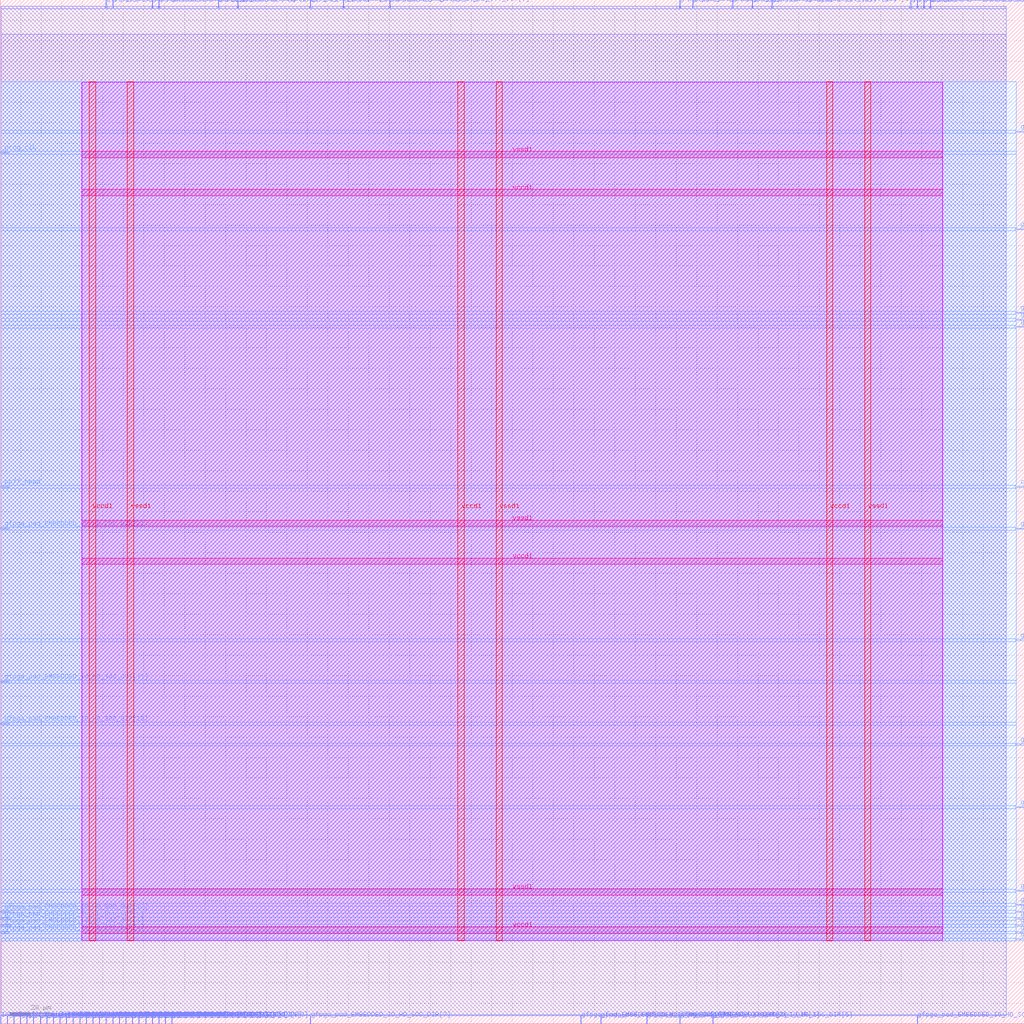
<source format=lef>
VERSION 5.7 ;
  NOWIREEXTENSIONATPIN ON ;
  DIVIDERCHAR "/" ;
  BUSBITCHARS "[]" ;
MACRO fpga_top
  CLASS BLOCK ;
  FOREIGN fpga_top ;
  ORIGIN 0.000 0.000 ;
  SIZE 500.000 BY 500.000 ;
  PIN IO_ISOL_N
    DIRECTION INPUT ;
    USE SIGNAL ;
    PORT
      LAYER met2 ;
        RECT 0.090 0.000 0.370 4.000 ;
    END
  END IO_ISOL_N
  PIN Test_en
    DIRECTION INPUT ;
    USE SIGNAL ;
    PORT
      LAYER met2 ;
        RECT 3.310 0.000 3.590 4.000 ;
    END
  END Test_en
  PIN ccff_head
    DIRECTION INPUT ;
    USE SIGNAL ;
    ANTENNAGATEAREA 0.560700 ;
    ANTENNADIFFAREA 0.434700 ;
    PORT
      LAYER met3 ;
        RECT 0.000 261.840 4.000 262.440 ;
    END
  END ccff_head
  PIN ccff_tail
    DIRECTION OUTPUT ;
    USE SIGNAL ;
    ANTENNADIFFAREA 0.429000 ;
    PORT
      LAYER met3 ;
        RECT 496.000 261.840 500.000 262.440 ;
    END
  END ccff_tail
  PIN clk
    DIRECTION INPUT ;
    USE SIGNAL ;
    PORT
      LAYER met2 ;
        RECT 6.530 0.000 6.810 4.000 ;
    END
  END clk
  PIN gfpga_pad_EMBEDDED_IO_HD_SOC_DIR[0]
    DIRECTION OUTPUT ;
    USE SIGNAL ;
    PORT
      LAYER met3 ;
        RECT 496.000 346.840 500.000 347.440 ;
    END
  END gfpga_pad_EMBEDDED_IO_HD_SOC_DIR[0]
  PIN gfpga_pad_EMBEDDED_IO_HD_SOC_DIR[10]
    DIRECTION OUTPUT ;
    USE SIGNAL ;
    PORT
      LAYER met2 ;
        RECT 74.150 496.000 74.430 500.000 ;
    END
  END gfpga_pad_EMBEDDED_IO_HD_SOC_DIR[10]
  PIN gfpga_pad_EMBEDDED_IO_HD_SOC_DIR[11]
    DIRECTION OUTPUT ;
    USE SIGNAL ;
    PORT
      LAYER met3 ;
        RECT 496.000 40.840 500.000 41.440 ;
    END
  END gfpga_pad_EMBEDDED_IO_HD_SOC_DIR[11]
  PIN gfpga_pad_EMBEDDED_IO_HD_SOC_DIR[12]
    DIRECTION OUTPUT ;
    USE SIGNAL ;
    PORT
      LAYER met2 ;
        RECT 331.750 496.000 332.030 500.000 ;
    END
  END gfpga_pad_EMBEDDED_IO_HD_SOC_DIR[12]
  PIN gfpga_pad_EMBEDDED_IO_HD_SOC_DIR[13]
    DIRECTION OUTPUT ;
    USE SIGNAL ;
    PORT
      LAYER met3 ;
        RECT 496.000 387.640 500.000 388.240 ;
    END
  END gfpga_pad_EMBEDDED_IO_HD_SOC_DIR[13]
  PIN gfpga_pad_EMBEDDED_IO_HD_SOC_DIR[14]
    DIRECTION OUTPUT ;
    USE SIGNAL ;
    PORT
      LAYER met2 ;
        RECT 376.830 496.000 377.110 500.000 ;
    END
  END gfpga_pad_EMBEDDED_IO_HD_SOC_DIR[14]
  PIN gfpga_pad_EMBEDDED_IO_HD_SOC_DIR[15]
    DIRECTION OUTPUT ;
    USE SIGNAL ;
    PORT
      LAYER met2 ;
        RECT 444.450 496.000 444.730 500.000 ;
    END
  END gfpga_pad_EMBEDDED_IO_HD_SOC_DIR[15]
  PIN gfpga_pad_EMBEDDED_IO_HD_SOC_DIR[16]
    DIRECTION OUTPUT ;
    USE SIGNAL ;
    PORT
      LAYER met2 ;
        RECT 116.010 496.000 116.290 500.000 ;
    END
  END gfpga_pad_EMBEDDED_IO_HD_SOC_DIR[16]
  PIN gfpga_pad_EMBEDDED_IO_HD_SOC_DIR[17]
    DIRECTION OUTPUT ;
    USE SIGNAL ;
    PORT
      LAYER met3 ;
        RECT 496.000 51.040 500.000 51.640 ;
    END
  END gfpga_pad_EMBEDDED_IO_HD_SOC_DIR[17]
  PIN gfpga_pad_EMBEDDED_IO_HD_SOC_DIR[18]
    DIRECTION OUTPUT ;
    USE SIGNAL ;
    PORT
      LAYER met3 ;
        RECT 0.000 146.240 4.000 146.840 ;
    END
  END gfpga_pad_EMBEDDED_IO_HD_SOC_DIR[18]
  PIN gfpga_pad_EMBEDDED_IO_HD_SOC_DIR[19]
    DIRECTION OUTPUT ;
    USE SIGNAL ;
    PORT
      LAYER met2 ;
        RECT 77.370 496.000 77.650 500.000 ;
    END
  END gfpga_pad_EMBEDDED_IO_HD_SOC_DIR[19]
  PIN gfpga_pad_EMBEDDED_IO_HD_SOC_DIR[1]
    DIRECTION OUTPUT ;
    USE SIGNAL ;
    PORT
      LAYER met2 ;
        RECT 331.750 0.000 332.030 4.000 ;
    END
  END gfpga_pad_EMBEDDED_IO_HD_SOC_DIR[1]
  PIN gfpga_pad_EMBEDDED_IO_HD_SOC_DIR[20]
    DIRECTION OUTPUT ;
    USE SIGNAL ;
    PORT
      LAYER met3 ;
        RECT 496.000 241.440 500.000 242.040 ;
    END
  END gfpga_pad_EMBEDDED_IO_HD_SOC_DIR[20]
  PIN gfpga_pad_EMBEDDED_IO_HD_SOC_DIR[21]
    DIRECTION OUTPUT ;
    USE SIGNAL ;
    PORT
      LAYER met3 ;
        RECT 0.000 241.440 4.000 242.040 ;
    END
  END gfpga_pad_EMBEDDED_IO_HD_SOC_DIR[21]
  PIN gfpga_pad_EMBEDDED_IO_HD_SOC_DIR[22]
    DIRECTION OUTPUT ;
    USE SIGNAL ;
    PORT
      LAYER met3 ;
        RECT 496.000 57.840 500.000 58.440 ;
    END
  END gfpga_pad_EMBEDDED_IO_HD_SOC_DIR[22]
  PIN gfpga_pad_EMBEDDED_IO_HD_SOC_DIR[23]
    DIRECTION OUTPUT ;
    USE SIGNAL ;
    PORT
      LAYER met2 ;
        RECT 167.530 496.000 167.810 500.000 ;
    END
  END gfpga_pad_EMBEDDED_IO_HD_SOC_DIR[23]
  PIN gfpga_pad_EMBEDDED_IO_HD_SOC_DIR[2]
    DIRECTION OUTPUT ;
    USE SIGNAL ;
    PORT
      LAYER met2 ;
        RECT 338.190 496.000 338.470 500.000 ;
    END
  END gfpga_pad_EMBEDDED_IO_HD_SOC_DIR[2]
  PIN gfpga_pad_EMBEDDED_IO_HD_SOC_DIR[3]
    DIRECTION OUTPUT ;
    USE SIGNAL ;
    PORT
      LAYER met3 ;
        RECT 496.000 343.440 500.000 344.040 ;
    END
  END gfpga_pad_EMBEDDED_IO_HD_SOC_DIR[3]
  PIN gfpga_pad_EMBEDDED_IO_HD_SOC_DIR[4]
    DIRECTION OUTPUT ;
    USE SIGNAL ;
    PORT
      LAYER met3 ;
        RECT 0.000 44.240 4.000 44.840 ;
    END
  END gfpga_pad_EMBEDDED_IO_HD_SOC_DIR[4]
  PIN gfpga_pad_EMBEDDED_IO_HD_SOC_DIR[5]
    DIRECTION OUTPUT ;
    USE SIGNAL ;
    PORT
      LAYER met2 ;
        RECT 347.850 0.000 348.130 4.000 ;
    END
  END gfpga_pad_EMBEDDED_IO_HD_SOC_DIR[5]
  PIN gfpga_pad_EMBEDDED_IO_HD_SOC_DIR[6]
    DIRECTION OUTPUT ;
    USE SIGNAL ;
    PORT
      LAYER met2 ;
        RECT 54.830 496.000 55.110 500.000 ;
    END
  END gfpga_pad_EMBEDDED_IO_HD_SOC_DIR[6]
  PIN gfpga_pad_EMBEDDED_IO_HD_SOC_DIR[7]
    DIRECTION OUTPUT ;
    USE SIGNAL ;
    PORT
      LAYER met2 ;
        RECT 151.430 0.000 151.710 4.000 ;
    END
  END gfpga_pad_EMBEDDED_IO_HD_SOC_DIR[7]
  PIN gfpga_pad_EMBEDDED_IO_HD_SOC_DIR[8]
    DIRECTION OUTPUT ;
    USE SIGNAL ;
    PORT
      LAYER met3 ;
        RECT 496.000 47.640 500.000 48.240 ;
    END
  END gfpga_pad_EMBEDDED_IO_HD_SOC_DIR[8]
  PIN gfpga_pad_EMBEDDED_IO_HD_SOC_DIR[9]
    DIRECTION OUTPUT ;
    USE SIGNAL ;
    PORT
      LAYER met2 ;
        RECT 190.070 496.000 190.350 500.000 ;
    END
  END gfpga_pad_EMBEDDED_IO_HD_SOC_DIR[9]
  PIN gfpga_pad_EMBEDDED_IO_HD_SOC_IN[0]
    DIRECTION INPUT ;
    USE SIGNAL ;
    PORT
      LAYER met2 ;
        RECT 9.750 0.000 10.030 4.000 ;
    END
  END gfpga_pad_EMBEDDED_IO_HD_SOC_IN[0]
  PIN gfpga_pad_EMBEDDED_IO_HD_SOC_IN[10]
    DIRECTION INPUT ;
    USE SIGNAL ;
    PORT
      LAYER met2 ;
        RECT 12.970 0.000 13.250 4.000 ;
    END
  END gfpga_pad_EMBEDDED_IO_HD_SOC_IN[10]
  PIN gfpga_pad_EMBEDDED_IO_HD_SOC_IN[11]
    DIRECTION INPUT ;
    USE SIGNAL ;
    PORT
      LAYER met2 ;
        RECT 16.190 0.000 16.470 4.000 ;
    END
  END gfpga_pad_EMBEDDED_IO_HD_SOC_IN[11]
  PIN gfpga_pad_EMBEDDED_IO_HD_SOC_IN[12]
    DIRECTION INPUT ;
    USE SIGNAL ;
    PORT
      LAYER met2 ;
        RECT 19.410 0.000 19.690 4.000 ;
    END
  END gfpga_pad_EMBEDDED_IO_HD_SOC_IN[12]
  PIN gfpga_pad_EMBEDDED_IO_HD_SOC_IN[13]
    DIRECTION INPUT ;
    USE SIGNAL ;
    PORT
      LAYER met2 ;
        RECT 22.630 0.000 22.910 4.000 ;
    END
  END gfpga_pad_EMBEDDED_IO_HD_SOC_IN[13]
  PIN gfpga_pad_EMBEDDED_IO_HD_SOC_IN[14]
    DIRECTION INPUT ;
    USE SIGNAL ;
    PORT
      LAYER met2 ;
        RECT 25.850 0.000 26.130 4.000 ;
    END
  END gfpga_pad_EMBEDDED_IO_HD_SOC_IN[14]
  PIN gfpga_pad_EMBEDDED_IO_HD_SOC_IN[15]
    DIRECTION INPUT ;
    USE SIGNAL ;
    PORT
      LAYER met2 ;
        RECT 29.070 0.000 29.350 4.000 ;
    END
  END gfpga_pad_EMBEDDED_IO_HD_SOC_IN[15]
  PIN gfpga_pad_EMBEDDED_IO_HD_SOC_IN[16]
    DIRECTION INPUT ;
    USE SIGNAL ;
    PORT
      LAYER met2 ;
        RECT 32.290 0.000 32.570 4.000 ;
    END
  END gfpga_pad_EMBEDDED_IO_HD_SOC_IN[16]
  PIN gfpga_pad_EMBEDDED_IO_HD_SOC_IN[17]
    DIRECTION INPUT ;
    USE SIGNAL ;
    PORT
      LAYER met2 ;
        RECT 35.510 0.000 35.790 4.000 ;
    END
  END gfpga_pad_EMBEDDED_IO_HD_SOC_IN[17]
  PIN gfpga_pad_EMBEDDED_IO_HD_SOC_IN[18]
    DIRECTION INPUT ;
    USE SIGNAL ;
    PORT
      LAYER met2 ;
        RECT 38.730 0.000 39.010 4.000 ;
    END
  END gfpga_pad_EMBEDDED_IO_HD_SOC_IN[18]
  PIN gfpga_pad_EMBEDDED_IO_HD_SOC_IN[19]
    DIRECTION INPUT ;
    USE SIGNAL ;
    PORT
      LAYER met2 ;
        RECT 41.950 0.000 42.230 4.000 ;
    END
  END gfpga_pad_EMBEDDED_IO_HD_SOC_IN[19]
  PIN gfpga_pad_EMBEDDED_IO_HD_SOC_IN[1]
    DIRECTION INPUT ;
    USE SIGNAL ;
    PORT
      LAYER met2 ;
        RECT 45.170 0.000 45.450 4.000 ;
    END
  END gfpga_pad_EMBEDDED_IO_HD_SOC_IN[1]
  PIN gfpga_pad_EMBEDDED_IO_HD_SOC_IN[20]
    DIRECTION INPUT ;
    USE SIGNAL ;
    PORT
      LAYER met2 ;
        RECT 48.390 0.000 48.670 4.000 ;
    END
  END gfpga_pad_EMBEDDED_IO_HD_SOC_IN[20]
  PIN gfpga_pad_EMBEDDED_IO_HD_SOC_IN[21]
    DIRECTION INPUT ;
    USE SIGNAL ;
    PORT
      LAYER met2 ;
        RECT 51.610 0.000 51.890 4.000 ;
    END
  END gfpga_pad_EMBEDDED_IO_HD_SOC_IN[21]
  PIN gfpga_pad_EMBEDDED_IO_HD_SOC_IN[22]
    DIRECTION INPUT ;
    USE SIGNAL ;
    PORT
      LAYER met2 ;
        RECT 54.830 0.000 55.110 4.000 ;
    END
  END gfpga_pad_EMBEDDED_IO_HD_SOC_IN[22]
  PIN gfpga_pad_EMBEDDED_IO_HD_SOC_IN[23]
    DIRECTION INPUT ;
    USE SIGNAL ;
    PORT
      LAYER met2 ;
        RECT 58.050 0.000 58.330 4.000 ;
    END
  END gfpga_pad_EMBEDDED_IO_HD_SOC_IN[23]
  PIN gfpga_pad_EMBEDDED_IO_HD_SOC_IN[2]
    DIRECTION INPUT ;
    USE SIGNAL ;
    PORT
      LAYER met2 ;
        RECT 61.270 0.000 61.550 4.000 ;
    END
  END gfpga_pad_EMBEDDED_IO_HD_SOC_IN[2]
  PIN gfpga_pad_EMBEDDED_IO_HD_SOC_IN[3]
    DIRECTION INPUT ;
    USE SIGNAL ;
    PORT
      LAYER met2 ;
        RECT 64.490 0.000 64.770 4.000 ;
    END
  END gfpga_pad_EMBEDDED_IO_HD_SOC_IN[3]
  PIN gfpga_pad_EMBEDDED_IO_HD_SOC_IN[4]
    DIRECTION INPUT ;
    USE SIGNAL ;
    PORT
      LAYER met2 ;
        RECT 67.710 0.000 67.990 4.000 ;
    END
  END gfpga_pad_EMBEDDED_IO_HD_SOC_IN[4]
  PIN gfpga_pad_EMBEDDED_IO_HD_SOC_IN[5]
    DIRECTION INPUT ;
    USE SIGNAL ;
    PORT
      LAYER met2 ;
        RECT 70.930 0.000 71.210 4.000 ;
    END
  END gfpga_pad_EMBEDDED_IO_HD_SOC_IN[5]
  PIN gfpga_pad_EMBEDDED_IO_HD_SOC_IN[6]
    DIRECTION INPUT ;
    USE SIGNAL ;
    PORT
      LAYER met2 ;
        RECT 74.150 0.000 74.430 4.000 ;
    END
  END gfpga_pad_EMBEDDED_IO_HD_SOC_IN[6]
  PIN gfpga_pad_EMBEDDED_IO_HD_SOC_IN[7]
    DIRECTION INPUT ;
    USE SIGNAL ;
    PORT
      LAYER met2 ;
        RECT 77.370 0.000 77.650 4.000 ;
    END
  END gfpga_pad_EMBEDDED_IO_HD_SOC_IN[7]
  PIN gfpga_pad_EMBEDDED_IO_HD_SOC_IN[8]
    DIRECTION INPUT ;
    USE SIGNAL ;
    PORT
      LAYER met2 ;
        RECT 80.590 0.000 80.870 4.000 ;
    END
  END gfpga_pad_EMBEDDED_IO_HD_SOC_IN[8]
  PIN gfpga_pad_EMBEDDED_IO_HD_SOC_IN[9]
    DIRECTION INPUT ;
    USE SIGNAL ;
    PORT
      LAYER met2 ;
        RECT 83.810 0.000 84.090 4.000 ;
    END
  END gfpga_pad_EMBEDDED_IO_HD_SOC_IN[9]
  PIN gfpga_pad_EMBEDDED_IO_HD_SOC_OUT[0]
    DIRECTION OUTPUT ;
    USE SIGNAL ;
    PORT
      LAYER met3 ;
        RECT 0.000 51.040 4.000 51.640 ;
    END
  END gfpga_pad_EMBEDDED_IO_HD_SOC_OUT[0]
  PIN gfpga_pad_EMBEDDED_IO_HD_SOC_OUT[10]
    DIRECTION OUTPUT ;
    USE SIGNAL ;
    PORT
      LAYER met3 ;
        RECT 496.000 340.040 500.000 340.640 ;
    END
  END gfpga_pad_EMBEDDED_IO_HD_SOC_OUT[10]
  PIN gfpga_pad_EMBEDDED_IO_HD_SOC_OUT[11]
    DIRECTION OUTPUT ;
    USE SIGNAL ;
    PORT
      LAYER met2 ;
        RECT 106.350 496.000 106.630 500.000 ;
    END
  END gfpga_pad_EMBEDDED_IO_HD_SOC_OUT[11]
  PIN gfpga_pad_EMBEDDED_IO_HD_SOC_OUT[12]
    DIRECTION OUTPUT ;
    USE SIGNAL ;
    PORT
      LAYER met3 ;
        RECT 496.000 44.240 500.000 44.840 ;
    END
  END gfpga_pad_EMBEDDED_IO_HD_SOC_OUT[12]
  PIN gfpga_pad_EMBEDDED_IO_HD_SOC_OUT[13]
    DIRECTION OUTPUT ;
    USE SIGNAL ;
    PORT
      LAYER met2 ;
        RECT 283.450 0.000 283.730 4.000 ;
    END
  END gfpga_pad_EMBEDDED_IO_HD_SOC_OUT[13]
  PIN gfpga_pad_EMBEDDED_IO_HD_SOC_OUT[14]
    DIRECTION OUTPUT ;
    USE SIGNAL ;
    PORT
      LAYER met2 ;
        RECT 151.430 496.000 151.710 500.000 ;
    END
  END gfpga_pad_EMBEDDED_IO_HD_SOC_OUT[14]
  PIN gfpga_pad_EMBEDDED_IO_HD_SOC_OUT[15]
    DIRECTION OUTPUT ;
    USE SIGNAL ;
    PORT
      LAYER met3 ;
        RECT 0.000 166.640 4.000 167.240 ;
    END
  END gfpga_pad_EMBEDDED_IO_HD_SOC_OUT[15]
  PIN gfpga_pad_EMBEDDED_IO_HD_SOC_OUT[16]
    DIRECTION OUTPUT ;
    USE SIGNAL ;
    PORT
      LAYER met2 ;
        RECT 357.510 496.000 357.790 500.000 ;
    END
  END gfpga_pad_EMBEDDED_IO_HD_SOC_OUT[16]
  PIN gfpga_pad_EMBEDDED_IO_HD_SOC_OUT[17]
    DIRECTION OUTPUT ;
    USE SIGNAL ;
    PORT
      LAYER met3 ;
        RECT 0.000 54.440 4.000 55.040 ;
    END
  END gfpga_pad_EMBEDDED_IO_HD_SOC_OUT[17]
  PIN gfpga_pad_EMBEDDED_IO_HD_SOC_OUT[18]
    DIRECTION OUTPUT ;
    USE SIGNAL ;
    PORT
      LAYER met3 ;
        RECT 496.000 105.440 500.000 106.040 ;
    END
  END gfpga_pad_EMBEDDED_IO_HD_SOC_OUT[18]
  PIN gfpga_pad_EMBEDDED_IO_HD_SOC_OUT[19]
    DIRECTION OUTPUT ;
    USE SIGNAL ;
    PORT
      LAYER met3 ;
        RECT 496.000 136.040 500.000 136.640 ;
    END
  END gfpga_pad_EMBEDDED_IO_HD_SOC_OUT[19]
  PIN gfpga_pad_EMBEDDED_IO_HD_SOC_OUT[1]
    DIRECTION OUTPUT ;
    USE SIGNAL ;
    PORT
      LAYER met3 ;
        RECT 0.000 47.640 4.000 48.240 ;
    END
  END gfpga_pad_EMBEDDED_IO_HD_SOC_OUT[1]
  PIN gfpga_pad_EMBEDDED_IO_HD_SOC_OUT[20]
    DIRECTION OUTPUT ;
    USE SIGNAL ;
    PORT
      LAYER met3 ;
        RECT 496.000 54.440 500.000 55.040 ;
    END
  END gfpga_pad_EMBEDDED_IO_HD_SOC_OUT[20]
  PIN gfpga_pad_EMBEDDED_IO_HD_SOC_OUT[21]
    DIRECTION OUTPUT ;
    USE SIGNAL ;
    PORT
      LAYER met2 ;
        RECT 293.110 0.000 293.390 4.000 ;
    END
  END gfpga_pad_EMBEDDED_IO_HD_SOC_OUT[21]
  PIN gfpga_pad_EMBEDDED_IO_HD_SOC_OUT[22]
    DIRECTION OUTPUT ;
    USE SIGNAL ;
    PORT
      LAYER met2 ;
        RECT 367.170 496.000 367.450 500.000 ;
    END
  END gfpga_pad_EMBEDDED_IO_HD_SOC_OUT[22]
  PIN gfpga_pad_EMBEDDED_IO_HD_SOC_OUT[23]
    DIRECTION OUTPUT ;
    USE SIGNAL ;
    PORT
      LAYER met2 ;
        RECT 450.890 496.000 451.170 500.000 ;
    END
  END gfpga_pad_EMBEDDED_IO_HD_SOC_OUT[23]
  PIN gfpga_pad_EMBEDDED_IO_HD_SOC_OUT[2]
    DIRECTION OUTPUT ;
    USE SIGNAL ;
    PORT
      LAYER met2 ;
        RECT 315.650 0.000 315.930 4.000 ;
    END
  END gfpga_pad_EMBEDDED_IO_HD_SOC_OUT[2]
  PIN gfpga_pad_EMBEDDED_IO_HD_SOC_OUT[3]
    DIRECTION OUTPUT ;
    USE SIGNAL ;
    PORT
      LAYER met2 ;
        RECT 454.110 496.000 454.390 500.000 ;
    END
  END gfpga_pad_EMBEDDED_IO_HD_SOC_OUT[3]
  PIN gfpga_pad_EMBEDDED_IO_HD_SOC_OUT[4]
    DIRECTION OUTPUT ;
    USE SIGNAL ;
    PORT
      LAYER met3 ;
        RECT 496.000 187.040 500.000 187.640 ;
    END
  END gfpga_pad_EMBEDDED_IO_HD_SOC_OUT[4]
  PIN gfpga_pad_EMBEDDED_IO_HD_SOC_OUT[5]
    DIRECTION OUTPUT ;
    USE SIGNAL ;
    PORT
      LAYER met2 ;
        RECT 447.670 0.000 447.950 4.000 ;
    END
  END gfpga_pad_EMBEDDED_IO_HD_SOC_OUT[5]
  PIN gfpga_pad_EMBEDDED_IO_HD_SOC_OUT[6]
    DIRECTION OUTPUT ;
    USE SIGNAL ;
    PORT
      LAYER met2 ;
        RECT 51.610 496.000 51.890 500.000 ;
    END
  END gfpga_pad_EMBEDDED_IO_HD_SOC_OUT[6]
  PIN gfpga_pad_EMBEDDED_IO_HD_SOC_OUT[7]
    DIRECTION OUTPUT ;
    USE SIGNAL ;
    PORT
      LAYER met3 ;
        RECT 496.000 435.240 500.000 435.840 ;
    END
  END gfpga_pad_EMBEDDED_IO_HD_SOC_OUT[7]
  PIN gfpga_pad_EMBEDDED_IO_HD_SOC_OUT[8]
    DIRECTION OUTPUT ;
    USE SIGNAL ;
    PORT
      LAYER met2 ;
        RECT 447.670 496.000 447.950 500.000 ;
    END
  END gfpga_pad_EMBEDDED_IO_HD_SOC_OUT[8]
  PIN gfpga_pad_EMBEDDED_IO_HD_SOC_OUT[9]
    DIRECTION OUTPUT ;
    USE SIGNAL ;
    PORT
      LAYER met3 ;
        RECT 496.000 64.640 500.000 65.240 ;
    END
  END gfpga_pad_EMBEDDED_IO_HD_SOC_OUT[9]
  PIN prog_clk
    DIRECTION INPUT ;
    USE SIGNAL ;
    ANTENNAGATEAREA 0.852000 ;
    PORT
      LAYER met3 ;
        RECT 0.000 425.040 4.000 425.640 ;
    END
  END prog_clk
  PIN vccd1
    DIRECTION INOUT ;
    USE POWER ;
    PORT
      LAYER met4 ;
        RECT 43.470 40.560 46.570 459.920 ;
    END
    PORT
      LAYER met4 ;
        RECT 223.470 40.560 226.570 459.920 ;
    END
    PORT
      LAYER met4 ;
        RECT 403.470 40.560 406.570 459.920 ;
    END
    PORT
      LAYER met5 ;
        RECT 39.780 44.250 460.240 47.350 ;
    END
    PORT
      LAYER met5 ;
        RECT 39.780 224.250 460.240 227.350 ;
    END
    PORT
      LAYER met5 ;
        RECT 39.780 404.250 460.240 407.350 ;
    END
  END vccd1
  PIN vssd1
    DIRECTION INOUT ;
    USE GROUND ;
    PORT
      LAYER met4 ;
        RECT 62.070 40.560 65.170 459.920 ;
    END
    PORT
      LAYER met4 ;
        RECT 242.070 40.560 245.170 459.920 ;
    END
    PORT
      LAYER met4 ;
        RECT 422.070 40.560 425.170 459.920 ;
    END
    PORT
      LAYER met5 ;
        RECT 39.780 62.850 460.240 65.950 ;
    END
    PORT
      LAYER met5 ;
        RECT 39.780 242.850 460.240 245.950 ;
    END
    PORT
      LAYER met5 ;
        RECT 39.780 422.850 460.240 425.950 ;
    END
  END vssd1
  OBS
      LAYER nwell ;
        RECT 39.830 40.715 460.190 459.765 ;
      LAYER li1 ;
        RECT 40.020 40.715 460.000 459.765 ;
      LAYER met1 ;
        RECT 0.530 40.560 491.210 483.100 ;
      LAYER met2 ;
        RECT 0.550 495.720 51.330 496.810 ;
        RECT 52.170 495.720 54.550 496.810 ;
        RECT 55.390 495.720 73.870 496.810 ;
        RECT 74.710 495.720 77.090 496.810 ;
        RECT 77.930 495.720 106.070 496.810 ;
        RECT 106.910 495.720 115.730 496.810 ;
        RECT 116.570 495.720 151.150 496.810 ;
        RECT 151.990 495.720 167.250 496.810 ;
        RECT 168.090 495.720 189.790 496.810 ;
        RECT 190.630 495.720 331.470 496.810 ;
        RECT 332.310 495.720 337.910 496.810 ;
        RECT 338.750 495.720 357.230 496.810 ;
        RECT 358.070 495.720 366.890 496.810 ;
        RECT 367.730 495.720 376.550 496.810 ;
        RECT 377.390 495.720 444.170 496.810 ;
        RECT 445.010 495.720 447.390 496.810 ;
        RECT 448.230 495.720 450.610 496.810 ;
        RECT 451.450 495.720 453.830 496.810 ;
        RECT 454.670 495.720 491.190 496.810 ;
        RECT 0.550 4.280 491.190 495.720 ;
        RECT 0.650 4.000 3.030 4.280 ;
        RECT 3.870 4.000 6.250 4.280 ;
        RECT 7.090 4.000 9.470 4.280 ;
        RECT 10.310 4.000 12.690 4.280 ;
        RECT 13.530 4.000 15.910 4.280 ;
        RECT 16.750 4.000 19.130 4.280 ;
        RECT 19.970 4.000 22.350 4.280 ;
        RECT 23.190 4.000 25.570 4.280 ;
        RECT 26.410 4.000 28.790 4.280 ;
        RECT 29.630 4.000 32.010 4.280 ;
        RECT 32.850 4.000 35.230 4.280 ;
        RECT 36.070 4.000 38.450 4.280 ;
        RECT 39.290 4.000 41.670 4.280 ;
        RECT 42.510 4.000 44.890 4.280 ;
        RECT 45.730 4.000 48.110 4.280 ;
        RECT 48.950 4.000 51.330 4.280 ;
        RECT 52.170 4.000 54.550 4.280 ;
        RECT 55.390 4.000 57.770 4.280 ;
        RECT 58.610 4.000 60.990 4.280 ;
        RECT 61.830 4.000 64.210 4.280 ;
        RECT 65.050 4.000 67.430 4.280 ;
        RECT 68.270 4.000 70.650 4.280 ;
        RECT 71.490 4.000 73.870 4.280 ;
        RECT 74.710 4.000 77.090 4.280 ;
        RECT 77.930 4.000 80.310 4.280 ;
        RECT 81.150 4.000 83.530 4.280 ;
        RECT 84.370 4.000 151.150 4.280 ;
        RECT 151.990 4.000 283.170 4.280 ;
        RECT 284.010 4.000 292.830 4.280 ;
        RECT 293.670 4.000 315.370 4.280 ;
        RECT 316.210 4.000 331.470 4.280 ;
        RECT 332.310 4.000 347.570 4.280 ;
        RECT 348.410 4.000 447.390 4.280 ;
        RECT 448.230 4.000 491.190 4.280 ;
      LAYER met3 ;
        RECT 0.525 436.240 496.000 459.845 ;
        RECT 0.525 434.840 495.600 436.240 ;
        RECT 0.525 426.040 496.000 434.840 ;
        RECT 4.400 424.640 496.000 426.040 ;
        RECT 0.525 388.640 496.000 424.640 ;
        RECT 0.525 387.240 495.600 388.640 ;
        RECT 0.525 347.840 496.000 387.240 ;
        RECT 0.525 346.440 495.600 347.840 ;
        RECT 0.525 344.440 496.000 346.440 ;
        RECT 0.525 343.040 495.600 344.440 ;
        RECT 0.525 341.040 496.000 343.040 ;
        RECT 0.525 339.640 495.600 341.040 ;
        RECT 0.525 262.840 496.000 339.640 ;
        RECT 4.400 261.440 495.600 262.840 ;
        RECT 0.525 242.440 496.000 261.440 ;
        RECT 4.400 241.040 495.600 242.440 ;
        RECT 0.525 188.040 496.000 241.040 ;
        RECT 0.525 186.640 495.600 188.040 ;
        RECT 0.525 167.640 496.000 186.640 ;
        RECT 4.400 166.240 496.000 167.640 ;
        RECT 0.525 147.240 496.000 166.240 ;
        RECT 4.400 145.840 496.000 147.240 ;
        RECT 0.525 137.040 496.000 145.840 ;
        RECT 0.525 135.640 495.600 137.040 ;
        RECT 0.525 106.440 496.000 135.640 ;
        RECT 0.525 105.040 495.600 106.440 ;
        RECT 0.525 65.640 496.000 105.040 ;
        RECT 0.525 64.240 495.600 65.640 ;
        RECT 0.525 58.840 496.000 64.240 ;
        RECT 0.525 57.440 495.600 58.840 ;
        RECT 0.525 55.440 496.000 57.440 ;
        RECT 4.400 54.040 495.600 55.440 ;
        RECT 0.525 52.040 496.000 54.040 ;
        RECT 4.400 50.640 495.600 52.040 ;
        RECT 0.525 48.640 496.000 50.640 ;
        RECT 4.400 47.240 495.600 48.640 ;
        RECT 0.525 45.240 496.000 47.240 ;
        RECT 4.400 43.840 495.600 45.240 ;
        RECT 0.525 41.840 496.000 43.840 ;
        RECT 0.525 40.635 495.600 41.840 ;
  END
END fpga_top
END LIBRARY


</source>
